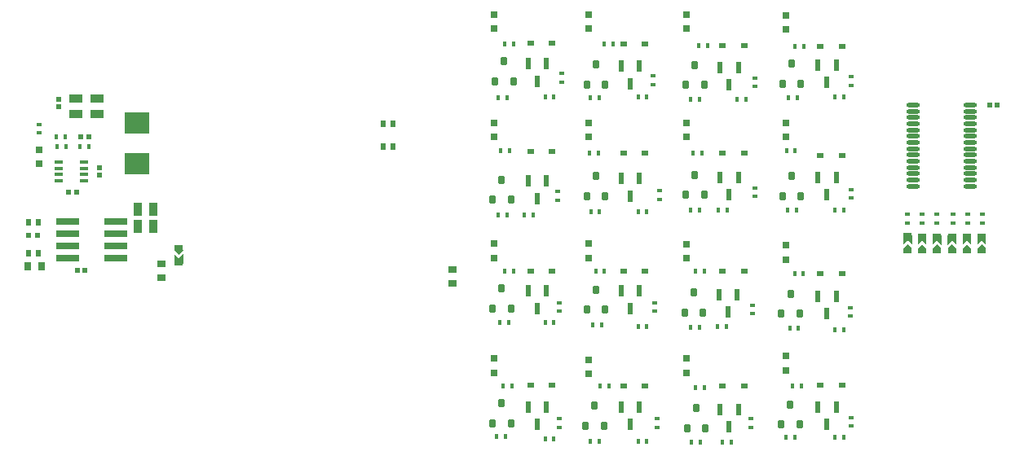
<source format=gtp>
G04*
G04 #@! TF.GenerationSoftware,Altium Limited,Altium Designer,21.5.1 (32)*
G04*
G04 Layer_Color=8421504*
%FSLAX25Y25*%
%MOIN*%
G70*
G04*
G04 #@! TF.SameCoordinates,804D03E9-ECC6-49F7-9CEA-4D12CAEBA4D3*
G04*
G04*
G04 #@! TF.FilePolarity,Positive*
G04*
G01*
G75*
%ADD23O,0.03740X0.01575*%
%ADD24O,0.05512X0.01772*%
%ADD25R,0.02362X0.04724*%
%ADD26R,0.09400X0.02500*%
%ADD27R,0.03150X0.01968*%
%ADD28R,0.03150X0.03150*%
%ADD29R,0.03543X0.02000*%
%ADD30R,0.02165X0.02559*%
%ADD31R,0.02165X0.01772*%
%ADD32R,0.10433X0.09055*%
G04:AMPARAMS|DCode=33|XSize=35.43mil|YSize=27.56mil|CornerRadius=6.89mil|HoleSize=0mil|Usage=FLASHONLY|Rotation=90.000|XOffset=0mil|YOffset=0mil|HoleType=Round|Shape=RoundedRectangle|*
%AMROUNDEDRECTD33*
21,1,0.03543,0.01378,0,0,90.0*
21,1,0.02165,0.02756,0,0,90.0*
1,1,0.01378,0.00689,0.01083*
1,1,0.01378,0.00689,-0.01083*
1,1,0.01378,-0.00689,-0.01083*
1,1,0.01378,-0.00689,0.01083*
%
%ADD33ROUNDEDRECTD33*%
%ADD34R,0.05315X0.03740*%
%ADD35R,0.02756X0.03543*%
%ADD36R,0.02441X0.02441*%
%ADD37R,0.02047X0.02047*%
%ADD38R,0.02047X0.02047*%
%ADD39R,0.03740X0.05315*%
%ADD40R,0.01772X0.02165*%
%ADD41R,0.03543X0.02756*%
G36*
X367795Y94255D02*
X367795Y90507D01*
X366053Y92243D01*
X364264Y90494D01*
X364264Y94302D01*
X367795Y94255D01*
D02*
G37*
G36*
X398059Y94197D02*
X398059Y90449D01*
X396317Y92185D01*
X394528Y90436D01*
X394528Y94244D01*
X398059Y94197D01*
D02*
G37*
G36*
X391961D02*
X391961Y90449D01*
X390219Y92185D01*
X388430Y90436D01*
X388430Y94244D01*
X391961Y94197D01*
D02*
G37*
G36*
X385862D02*
X385862Y90449D01*
X384120Y92185D01*
X382331Y90436D01*
X382331Y94244D01*
X385862Y94197D01*
D02*
G37*
G36*
X379764D02*
X379764Y90449D01*
X378022Y92185D01*
X376233Y90436D01*
X376233Y94244D01*
X379764Y94197D01*
D02*
G37*
G36*
X373665D02*
X373666Y90449D01*
X371924Y92185D01*
X370135Y90436D01*
X370134Y94244D01*
X373665Y94197D01*
D02*
G37*
G36*
X366039Y90670D02*
X367804Y88905D01*
X364261Y88906D01*
X366039Y90684D01*
Y90670D01*
D02*
G37*
G36*
X396303Y90612D02*
X398068Y88847D01*
X394525Y88848D01*
X396303Y90626D01*
Y90612D01*
D02*
G37*
G36*
X390205D02*
X391970Y88847D01*
X388427Y88848D01*
X390205Y90626D01*
Y90612D01*
D02*
G37*
G36*
X384106D02*
X385871Y88847D01*
X382328Y88848D01*
X384106Y90626D01*
Y90612D01*
D02*
G37*
G36*
X378008D02*
X379773Y88847D01*
X376230Y88848D01*
X378008Y90626D01*
Y90612D01*
D02*
G37*
G36*
X371910D02*
X373675Y88847D01*
X370132Y88848D01*
X371910Y90626D01*
Y90612D01*
D02*
G37*
G36*
X69770Y88152D02*
X67992Y86374D01*
Y86388D01*
X66227Y88153D01*
X69770Y88152D01*
D02*
G37*
G36*
X69767Y82756D02*
X66236Y82803D01*
X66236Y86551D01*
X67978Y84815D01*
X69767Y86564D01*
X69767Y82756D01*
D02*
G37*
D23*
X29118Y121780D02*
D03*
Y119220D02*
D03*
Y124339D02*
D03*
Y116661D02*
D03*
X18882Y121780D02*
D03*
Y119220D02*
D03*
Y124339D02*
D03*
Y116661D02*
D03*
D24*
X391614Y114366D02*
D03*
Y116925D02*
D03*
Y119484D02*
D03*
Y122043D02*
D03*
Y124602D02*
D03*
Y127161D02*
D03*
Y129720D02*
D03*
Y132280D02*
D03*
Y134839D02*
D03*
Y137398D02*
D03*
Y139957D02*
D03*
Y142516D02*
D03*
Y145075D02*
D03*
Y147634D02*
D03*
X368386Y114366D02*
D03*
Y116925D02*
D03*
Y119484D02*
D03*
Y122043D02*
D03*
Y124602D02*
D03*
Y127161D02*
D03*
Y129720D02*
D03*
Y132280D02*
D03*
Y134839D02*
D03*
Y137398D02*
D03*
Y139957D02*
D03*
Y142516D02*
D03*
Y145075D02*
D03*
Y147634D02*
D03*
D25*
X336740Y24000D02*
D03*
X329260D02*
D03*
X333000Y16913D02*
D03*
X218240Y164543D02*
D03*
X210760D02*
D03*
X214500Y157457D02*
D03*
X256240Y163543D02*
D03*
X248760D02*
D03*
X252500Y156457D02*
D03*
X296740Y163043D02*
D03*
X289260D02*
D03*
X293000Y155957D02*
D03*
X336740Y164043D02*
D03*
X329260D02*
D03*
X333000Y156957D02*
D03*
X218240Y116500D02*
D03*
X210760D02*
D03*
X214500Y109413D02*
D03*
X256240Y117543D02*
D03*
X248760D02*
D03*
X252500Y110457D02*
D03*
X296740Y118043D02*
D03*
X289260D02*
D03*
X293000Y110957D02*
D03*
X336740Y118043D02*
D03*
X329260D02*
D03*
X333000Y110957D02*
D03*
X218240Y71543D02*
D03*
X210760D02*
D03*
X214500Y64457D02*
D03*
X256240Y71543D02*
D03*
X248760D02*
D03*
X252500Y64457D02*
D03*
X296240Y70087D02*
D03*
X288760D02*
D03*
X292500Y63000D02*
D03*
X336740Y69338D02*
D03*
X329260D02*
D03*
X333000Y62251D02*
D03*
X218240Y24043D02*
D03*
X210760D02*
D03*
X214500Y16957D02*
D03*
X256240Y24000D02*
D03*
X248760D02*
D03*
X252500Y16913D02*
D03*
X296740Y23043D02*
D03*
X289260D02*
D03*
X293000Y15957D02*
D03*
D26*
X42100Y85000D02*
D03*
Y90000D02*
D03*
Y95000D02*
D03*
Y100000D02*
D03*
X22500D02*
D03*
Y95000D02*
D03*
Y90000D02*
D03*
Y85000D02*
D03*
D27*
X339201Y33000D02*
D03*
X330343D02*
D03*
X220701Y173000D02*
D03*
X211842D02*
D03*
X258701Y172500D02*
D03*
X249843D02*
D03*
X299201Y172000D02*
D03*
X290342D02*
D03*
X339201Y171500D02*
D03*
X330343D02*
D03*
X220701Y128500D02*
D03*
X211842D02*
D03*
X258701Y128000D02*
D03*
X249843D02*
D03*
X299201D02*
D03*
X290342D02*
D03*
X339201Y127000D02*
D03*
X330343D02*
D03*
X220701Y79500D02*
D03*
X211842D02*
D03*
X258701D02*
D03*
X249843D02*
D03*
X299201Y79774D02*
D03*
X290342D02*
D03*
X339201Y78794D02*
D03*
X330343D02*
D03*
X220701Y33000D02*
D03*
X211842D02*
D03*
X258701Y32500D02*
D03*
X249843D02*
D03*
X299201D02*
D03*
X290342D02*
D03*
D28*
X11000Y123500D02*
D03*
Y129405D02*
D03*
X316063Y39047D02*
D03*
Y44953D02*
D03*
X197000Y178842D02*
D03*
Y184747D02*
D03*
X235500Y178842D02*
D03*
Y184747D02*
D03*
X275563Y178842D02*
D03*
Y184747D02*
D03*
X316063Y178547D02*
D03*
Y184453D02*
D03*
X197000Y134547D02*
D03*
Y140453D02*
D03*
X235500Y134547D02*
D03*
Y140453D02*
D03*
X275563Y134547D02*
D03*
Y140453D02*
D03*
X316063Y134547D02*
D03*
Y140453D02*
D03*
X197000Y85047D02*
D03*
Y90953D02*
D03*
X235500Y85047D02*
D03*
Y90953D02*
D03*
X275563Y84842D02*
D03*
Y90747D02*
D03*
X316063Y84342D02*
D03*
Y90247D02*
D03*
X197000Y38047D02*
D03*
Y43953D02*
D03*
X235500Y37547D02*
D03*
Y43453D02*
D03*
X275563Y38047D02*
D03*
Y43953D02*
D03*
D29*
X68000Y82873D02*
D03*
Y89137D02*
D03*
X366031Y94185D02*
D03*
Y87921D02*
D03*
X371902Y94127D02*
D03*
Y87863D02*
D03*
X378000Y94127D02*
D03*
Y87863D02*
D03*
X384098Y94127D02*
D03*
Y87863D02*
D03*
X390197Y94127D02*
D03*
Y87863D02*
D03*
X396295Y94127D02*
D03*
Y87863D02*
D03*
D30*
X6532Y87000D02*
D03*
X10469D02*
D03*
X155468Y140000D02*
D03*
X151532D02*
D03*
X155468Y130500D02*
D03*
X151532D02*
D03*
X6469Y99780D02*
D03*
X10406D02*
D03*
D31*
X396531Y99287D02*
D03*
Y102830D02*
D03*
X224500Y160500D02*
D03*
Y156957D02*
D03*
X262000Y159543D02*
D03*
Y156000D02*
D03*
X303500Y158772D02*
D03*
Y155228D02*
D03*
X343000Y159272D02*
D03*
Y155728D02*
D03*
X223000Y112272D02*
D03*
Y108728D02*
D03*
X264500Y112500D02*
D03*
Y108957D02*
D03*
X303500Y113772D02*
D03*
Y110228D02*
D03*
X343000Y113043D02*
D03*
Y109500D02*
D03*
X11000Y136228D02*
D03*
Y139772D02*
D03*
X223500Y66772D02*
D03*
Y63228D02*
D03*
X262500Y66772D02*
D03*
Y63228D02*
D03*
X302500Y65772D02*
D03*
Y62228D02*
D03*
X342500Y64772D02*
D03*
Y61228D02*
D03*
X223500Y19272D02*
D03*
Y15728D02*
D03*
X263500Y19272D02*
D03*
Y15728D02*
D03*
X302000Y19272D02*
D03*
Y15728D02*
D03*
X343000Y19772D02*
D03*
Y16228D02*
D03*
X366031Y99287D02*
D03*
Y102830D02*
D03*
X372031Y99287D02*
D03*
Y102830D02*
D03*
X378031Y99287D02*
D03*
Y102830D02*
D03*
X384531Y99287D02*
D03*
Y102830D02*
D03*
X390531Y99287D02*
D03*
Y102830D02*
D03*
D32*
X51000Y140366D02*
D03*
Y123634D02*
D03*
D33*
X318058Y25134D02*
D03*
X321798Y16866D02*
D03*
X314318D02*
D03*
X201058Y165634D02*
D03*
X204798Y157366D02*
D03*
X197318D02*
D03*
X238558Y164268D02*
D03*
X242298Y156000D02*
D03*
X234818D02*
D03*
X279058Y164134D02*
D03*
X282798Y155866D02*
D03*
X275318D02*
D03*
X318558Y164634D02*
D03*
X322298Y156366D02*
D03*
X314818D02*
D03*
X200058Y117134D02*
D03*
X203798Y108866D02*
D03*
X196318D02*
D03*
X238558Y118634D02*
D03*
X242298Y110366D02*
D03*
X234818D02*
D03*
X279058Y119134D02*
D03*
X282798Y110866D02*
D03*
X275318D02*
D03*
X318558Y118634D02*
D03*
X322298Y110366D02*
D03*
X314818D02*
D03*
X200058Y72634D02*
D03*
X203798Y64366D02*
D03*
X196318D02*
D03*
X238558Y72134D02*
D03*
X242298Y63866D02*
D03*
X234818D02*
D03*
X278621Y70908D02*
D03*
X282361Y62641D02*
D03*
X274881D02*
D03*
X318121Y70428D02*
D03*
X321861Y62161D02*
D03*
X314381D02*
D03*
X200000Y25634D02*
D03*
X203740Y17366D02*
D03*
X196260D02*
D03*
X238000Y24634D02*
D03*
X241740Y16366D02*
D03*
X234260D02*
D03*
X279558Y23634D02*
D03*
X283298Y15366D02*
D03*
X275818D02*
D03*
D34*
X34500Y144000D02*
D03*
Y150299D02*
D03*
X26000Y150150D02*
D03*
Y143850D02*
D03*
D35*
X6244Y81500D02*
D03*
X11756D02*
D03*
D36*
X6666Y94280D02*
D03*
X10209D02*
D03*
D37*
X402575Y147500D02*
D03*
X399425D02*
D03*
X22925Y112000D02*
D03*
X26075D02*
D03*
X28000Y134500D02*
D03*
X31150D02*
D03*
X29575Y80000D02*
D03*
X26425D02*
D03*
D38*
X35500Y118925D02*
D03*
Y122075D02*
D03*
X19000Y150075D02*
D03*
Y146925D02*
D03*
D39*
X57650Y98000D02*
D03*
X51350D02*
D03*
X57650Y105000D02*
D03*
X51350D02*
D03*
D40*
X198728Y150500D02*
D03*
X202272D02*
D03*
X236228D02*
D03*
X239772D02*
D03*
X277228Y150000D02*
D03*
X280772D02*
D03*
X317228Y150500D02*
D03*
X320772D02*
D03*
X221390Y151000D02*
D03*
X217846D02*
D03*
X259390D02*
D03*
X255847D02*
D03*
X299890Y150000D02*
D03*
X296346D02*
D03*
X339890Y151000D02*
D03*
X336347D02*
D03*
X201228Y172500D02*
D03*
X204772D02*
D03*
X241980D02*
D03*
X245523D02*
D03*
X280728Y172000D02*
D03*
X284272D02*
D03*
X319980Y171500D02*
D03*
X323523D02*
D03*
X198728Y102500D02*
D03*
X202272D02*
D03*
X236500Y104000D02*
D03*
X240043D02*
D03*
X277228Y104500D02*
D03*
X280772D02*
D03*
X316957D02*
D03*
X320500D02*
D03*
X212772Y102500D02*
D03*
X209228D02*
D03*
X259390Y104000D02*
D03*
X255847D02*
D03*
X292272Y104500D02*
D03*
X288728D02*
D03*
X339890D02*
D03*
X336347D02*
D03*
X199728Y129000D02*
D03*
X203272D02*
D03*
X235980Y128000D02*
D03*
X239523D02*
D03*
X278228D02*
D03*
X281772D02*
D03*
X316479Y129000D02*
D03*
X320023D02*
D03*
X27728Y130500D02*
D03*
X31272D02*
D03*
X21772D02*
D03*
X18228D02*
D03*
X18000Y134500D02*
D03*
X21543D02*
D03*
X199228Y58500D02*
D03*
X202772D02*
D03*
X237228Y57500D02*
D03*
X240772D02*
D03*
X277291Y56795D02*
D03*
X280835D02*
D03*
X317791Y56295D02*
D03*
X321335D02*
D03*
X221390Y58500D02*
D03*
X217846D02*
D03*
X259390Y57000D02*
D03*
X255847D02*
D03*
X291772D02*
D03*
X288228D02*
D03*
X339890Y55795D02*
D03*
X336347D02*
D03*
X204772Y79500D02*
D03*
X201228D02*
D03*
X242000D02*
D03*
X238457D02*
D03*
X282835Y79795D02*
D03*
X279291D02*
D03*
X323335Y78794D02*
D03*
X319791D02*
D03*
X197957Y12000D02*
D03*
X201500D02*
D03*
X236228Y10000D02*
D03*
X239772D02*
D03*
X277728Y9500D02*
D03*
X281272D02*
D03*
X316228Y11500D02*
D03*
X319772D02*
D03*
X221390Y11000D02*
D03*
X217846D02*
D03*
X259390Y10000D02*
D03*
X255847D02*
D03*
X293772Y9500D02*
D03*
X290228D02*
D03*
X339890Y11500D02*
D03*
X336347D02*
D03*
X200728Y32500D02*
D03*
X204272D02*
D03*
X240228D02*
D03*
X243772D02*
D03*
X279228Y32000D02*
D03*
X282772D02*
D03*
X319000Y32500D02*
D03*
X322543D02*
D03*
D41*
X61000Y82512D02*
D03*
Y77000D02*
D03*
X180000Y80256D02*
D03*
Y74744D02*
D03*
M02*

</source>
